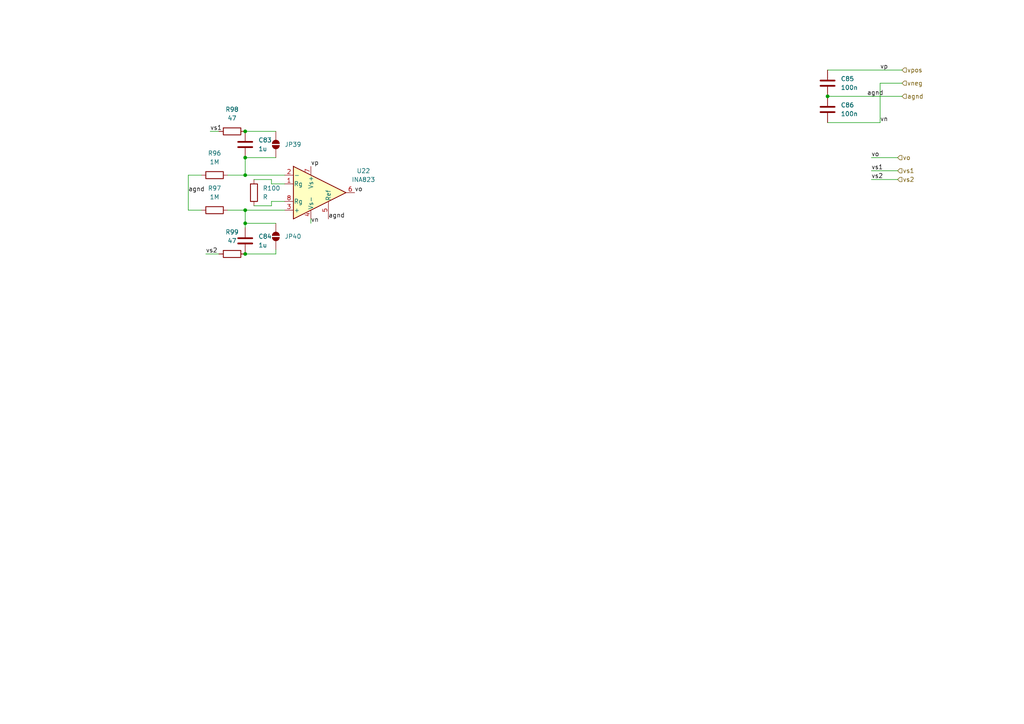
<source format=kicad_sch>
(kicad_sch (version 20231120) (generator "eeschema") (generator_version "8.0")
  (paper "A4")
  (lib_symbols
    (symbol "Amplifier_Instrumentation:AD620" (pin_names (offset 0.127))
      (property "Reference" "U" (at 3.81 7.62 0))
      (property "Value" "AD620" (at 5.08 5.08 0))
      (symbol "AD620_0_1"
        (polyline (pts (xy -7.62 7.62) (xy -7.62 -7.62) (xy 7.62 0) (xy -7.62 7.62)) (stroke (width 0.254)) (fill (type background)))
      )
      (symbol "AD620_1_1"
        (pin passive line (at -10.16 2.54 0) (length 2.54) (name "Rg") (number "1"))
        (pin input line (at -10.16 5.08 0) (length 2.54) (name "-") (number "2"))
        (pin input line (at -10.16 -5.08 0) (length 2.54) (name "+") (number "3"))
        (pin power_in line (at -2.54 -7.62 90) (length 2.54) (name "Vs-") (number "4"))
        (pin passive line (at 2.54 -7.62 90) (length 5.08) (name "Ref") (number "5"))
        (pin output line (at 10.16 0 180) (length 2.54) (name "~") (number "6"))
        (pin power_in line (at -2.54 7.62 270) (length 2.54) (name "Vs+") (number "7"))
        (pin passive line (at -10.16 -2.54 0) (length 2.54) (name "Rg") (number "8"))
      )
    )
    (symbol "Device:C" (pin_numbers hide) (pin_names (offset 0.254))
      (property "Reference" "C" (at 0.635 2.54 0))
      (property "Value" "C" (at 0.635 -2.54 0))
      (symbol "C_0_1"
        (polyline (pts (xy -2.032 -0.762) (xy 2.032 -0.762)) (stroke (width 0.508)))
        (polyline (pts (xy -2.032 0.762) (xy 2.032 0.762)) (stroke (width 0.508)))
      )
      (symbol "C_1_1"
        (pin passive line (at 0 3.81 270) (length 2.794) (name "~") (number "1"))
        (pin passive line (at 0 -3.81 90) (length 2.794) (name "~") (number "2"))
      )
    )
    (symbol "Device:R" (pin_numbers hide) (pin_names (offset 0))
      (property "Reference" "R" (at 2.032 0 90))
      (property "Value" "R" (at 0 0 90))
      (symbol "R_0_1"
        (rectangle (start -1.016 -2.54) (end 1.016 2.54) (stroke (width 0.254)))
      )
      (symbol "R_1_1"
        (pin passive line (at 0 3.81 270) (length 1.27) (name "~") (number "1"))
        (pin passive line (at 0 -3.81 90) (length 1.27) (name "~") (number "2"))
      )
    )
    (symbol "Jumper:SolderJumper_2_Open" (pin_numbers hide) (pin_names (offset 0) hide) (exclude_from_sim yes) (in_bom no)
      (property "Reference" "JP" (at 0 2.032 0))
      (property "Value" "SolderJumper_2_Open" (at 0 -2.54 0))
      (symbol "SolderJumper_2_Open_0_1"
        (arc (start -0.254 1.016) (mid -1.2656 0) (end -0.254 -1.016))
        (arc (start -0.254 1.016) (mid -1.2656 0) (end -0.254 -1.016) (fill (type outline)))
        (polyline (pts (xy -0.254 1.016) (xy -0.254 -1.016)))
        (polyline (pts (xy 0.254 1.016) (xy 0.254 -1.016)))
        (arc (start 0.254 -1.016) (mid 1.2656 0) (end 0.254 1.016))
        (arc (start 0.254 -1.016) (mid 1.2656 0) (end 0.254 1.016) (fill (type outline)))
      )
      (symbol "SolderJumper_2_Open_1_1"
        (pin passive line (at -3.81 0 0) (length 2.54) (name "A") (number "1"))
        (pin passive line (at 3.81 0 180) (length 2.54) (name "B") (number "2"))
      )
    )
  )
  (junction (at 71.12 50.8))
  (junction (at 71.12 64.77))
  (junction (at 71.12 60.96))
  (junction (at 71.12 38.1))
  (junction (at 240.03 27.94))
  (junction (at 71.12 45.72))
  (junction (at 71.12 73.66))
  (wire (pts (xy 58.42 50.8) (xy 54.61 50.8)))
  (wire (pts (xy 252.73 49.53) (xy 260.35 49.53)))
  (wire (pts (xy 252.73 52.07) (xy 260.35 52.07)))
  (wire (pts (xy 60.96 38.1) (xy 63.5 38.1)))
  (wire (pts (xy 66.04 50.8) (xy 71.12 50.8)))
  (wire (pts (xy 71.12 45.72) (xy 80.01 45.72)))
  (wire (pts (xy 59.69 73.66) (xy 63.5 73.66)))
  (wire (pts (xy 73.66 52.07) (xy 78.74 52.07)))
  (wire (pts (xy 255.27 24.13) (xy 255.27 35.56)))
  (wire (pts (xy 261.62 24.13) (xy 255.27 24.13)))
  (wire (pts (xy 71.12 60.96) (xy 82.55 60.96)))
  (wire (pts (xy 71.12 64.77) (xy 80.01 64.77)))
  (wire (pts (xy 71.12 60.96) (xy 71.12 64.77)))
  (wire (pts (xy 240.03 27.94) (xy 261.62 27.94)))
  (wire (pts (xy 240.03 20.32) (xy 261.62 20.32)))
  (wire (pts (xy 54.61 60.96) (xy 58.42 60.96)))
  (wire (pts (xy 90.17 64.77) (xy 90.17 63.5)))
  (wire (pts (xy 71.12 73.66) (xy 80.01 73.66)))
  (wire (pts (xy 71.12 64.77) (xy 71.12 66.04)))
  (wire (pts (xy 78.74 53.34) (xy 82.55 53.34)))
  (wire (pts (xy 78.74 59.69) (xy 78.74 58.42)))
  (wire (pts (xy 252.73 45.72) (xy 260.35 45.72)))
  (wire (pts (xy 80.01 72.39) (xy 80.01 73.66)))
  (wire (pts (xy 71.12 50.8) (xy 82.55 50.8)))
  (wire (pts (xy 54.61 50.8) (xy 54.61 60.96)))
  (wire (pts (xy 66.04 60.96) (xy 71.12 60.96)))
  (wire (pts (xy 73.66 59.69) (xy 78.74 59.69)))
  (wire (pts (xy 71.12 38.1) (xy 80.01 38.1)))
  (wire (pts (xy 71.12 45.72) (xy 71.12 50.8)))
  (wire (pts (xy 78.74 52.07) (xy 78.74 53.34)))
  (wire (pts (xy 78.74 58.42) (xy 82.55 58.42)))
  (wire (pts (xy 240.03 35.56) (xy 255.27 35.56)))
  (label "vp" (at 90.17 48.26 0))
  (label "vp" (at 255.27 20.32 0))
  (label "agnd" (at 251.46 27.94 0))
  (label "vn" (at 255.27 35.56 0))
  (label "vs2" (at 59.69 73.66 0))
  (label "agnd" (at 95.25 63.5 0))
  (label "vs2" (at 252.73 52.07 0))
  (label "vs1" (at 252.73 49.53 0))
  (label "agnd" (at 54.61 55.88 0))
  (label "vo" (at 252.73 45.72 0))
  (label "vs1" (at 60.96 38.1 0))
  (label "vo" (at 102.87 55.88 0))
  (label "vn" (at 90.17 64.77 0))
  (hierarchical_label "vneg" (shape input) (at 261.62 24.13 0))
  (hierarchical_label "vpos" (shape input) (at 261.62 20.32 0))
  (hierarchical_label "vs1" (shape input) (at 260.35 49.53 0))
  (hierarchical_label "vs2" (shape input) (at 260.35 52.07 0))
  (hierarchical_label "agnd" (shape input) (at 261.62 27.94 0))
  (hierarchical_label "vo" (shape input) (at 260.35 45.72 0))
  (symbol (lib_id "Device:R") (at 62.23 60.96 90) (unit 1)
    (property "Reference" "R7" (at 62.23 54.61 90))
    (property "Value" "1M" (at 62.23 57.15 90))
    (property "Footprint" "Resistor_SMD:R_0603_1608Metric_Pad0.98x0.95mm_HandSolder" (effects (hide yes)))
    (property "Description" "Resistor" (effects (hide yes)))
    (instances (project "esfgrid_ckt_IA" (path "" (reference "R97") (unit 1)) (path "" (reference "R117") (unit 1)) (path "" (reference "R67") (unit 1)) (path "" (reference "R32") (unit 1)) (path "" (reference "R47") (unit 1)) (path "" (reference "R52") (unit 1)) (path "" (reference "R7") (unit 1)) (path "" (reference "R12") (unit 1)) (path "" (reference "R62") (unit 1)) (path "" (reference "R17") (unit 1)) (path "" (reference "R107") (unit 1)) (path "" (reference "R77") (unit 1)) (path "" (reference "R112") (unit 1)) (path "" (reference "R57") (unit 1)) (path "" (reference "R72") (unit 1)) (path "" (reference "R102") (unit 1)) (path "" (reference "R122") (unit 1)) (path "" (reference "R2") (unit 1)) (path "" (reference "R82") (unit 1)) (path "" (reference "R42") (unit 1)) (path "" (reference "R87") (unit 1)) (path "" (reference "R37") (unit 1)) (path "" (reference "R27") (unit 1)) (path "" (reference "R22") (unit 1)) (path "" (reference "R92") (unit 1))))
  )
  (symbol (lib_id "Device:R") (at 67.31 73.66 90) (unit 1)
    (property "Reference" "R4" (at 67.31 67.31 90))
    (property "Value" "47" (at 67.31 69.85 90))
    (property "Footprint" "Resistor_SMD:R_0603_1608Metric_Pad0.98x0.95mm_HandSolder" (effects (hide yes)))
    (property "Description" "Resistor" (effects (hide yes)))
    (instances (project "esfgrid_ckt_IA" (path "" (reference "R99") (unit 1)) (path "" (reference "R119") (unit 1)) (path "" (reference "R69") (unit 1)) (path "" (reference "R34") (unit 1)) (path "" (reference "R49") (unit 1)) (path "" (reference "R54") (unit 1)) (path "" (reference "R9") (unit 1)) (path "" (reference "R14") (unit 1)) (path "" (reference "R64") (unit 1)) (path "" (reference "R19") (unit 1)) (path "" (reference "R109") (unit 1)) (path "" (reference "R79") (unit 1)) (path "" (reference "R114") (unit 1)) (path "" (reference "R59") (unit 1)) (path "" (reference "R74") (unit 1)) (path "" (reference "R104") (unit 1)) (path "" (reference "R124") (unit 1)) (path "" (reference "R4") (unit 1)) (path "" (reference "R84") (unit 1)) (path "" (reference "R44") (unit 1)) (path "" (reference "R89") (unit 1)) (path "" (reference "R39") (unit 1)) (path "" (reference "R29") (unit 1)) (path "" (reference "R24") (unit 1)) (path "" (reference "R94") (unit 1))))
  )
  (symbol (lib_id "Device:C") (at 71.12 41.91 180) (unit 1)
    (property "Reference" "C7" (at 74.93 40.6399 0) (effects (justify right)))
    (property "Value" "1u" (at 74.93 43.1799 0) (effects (justify right)))
    (property "Footprint" "Capacitor_SMD:C_0805_2012Metric" (effects (hide yes)))
    (property "Description" "Unpolarized capacitor" (effects (hide yes)))
    (instances (project "esfgrid_ckt_IA" (path "" (reference "C83") (unit 1)) (path "" (reference "C99") (unit 1)) (path "" (reference "C59") (unit 1)) (path "" (reference "C31") (unit 1)) (path "" (reference "C43") (unit 1)) (path "" (reference "C47") (unit 1)) (path "" (reference "C11") (unit 1)) (path "" (reference "C15") (unit 1)) (path "" (reference "C55") (unit 1)) (path "" (reference "C19") (unit 1)) (path "" (reference "C91") (unit 1)) (path "" (reference "C67") (unit 1)) (path "" (reference "C95") (unit 1)) (path "" (reference "C51") (unit 1)) (path "" (reference "C63") (unit 1)) (path "" (reference "C87") (unit 1)) (path "" (reference "C103") (unit 1)) (path "" (reference "C7") (unit 1)) (path "" (reference "C71") (unit 1)) (path "" (reference "C39") (unit 1)) (path "" (reference "C75") (unit 1)) (path "" (reference "C35") (unit 1)) (path "" (reference "C27") (unit 1)) (path "" (reference "C23") (unit 1)) (path "" (reference "C79") (unit 1))))
  )
  (symbol (lib_id "Device:C") (at 71.12 69.85 180) (unit 1)
    (property "Reference" "C8" (at 74.93 68.5799 0) (effects (justify right)))
    (property "Value" "1u" (at 74.93 71.1199 0) (effects (justify right)))
    (property "Footprint" "Capacitor_SMD:C_0805_2012Metric" (effects (hide yes)))
    (property "Description" "Unpolarized capacitor" (effects (hide yes)))
    (instances (project "esfgrid_ckt_IA" (path "" (reference "C84") (unit 1)) (path "" (reference "C100") (unit 1)) (path "" (reference "C60") (unit 1)) (path "" (reference "C32") (unit 1)) (path "" (reference "C44") (unit 1)) (path "" (reference "C48") (unit 1)) (path "" (reference "C12") (unit 1)) (path "" (reference "C16") (unit 1)) (path "" (reference "C56") (unit 1)) (path "" (reference "C20") (unit 1)) (path "" (reference "C92") (unit 1)) (path "" (reference "C68") (unit 1)) (path "" (reference "C96") (unit 1)) (path "" (reference "C52") (unit 1)) (path "" (reference "C64") (unit 1)) (path "" (reference "C88") (unit 1)) (path "" (reference "C104") (unit 1)) (path "" (reference "C8") (unit 1)) (path "" (reference "C72") (unit 1)) (path "" (reference "C40") (unit 1)) (path "" (reference "C76") (unit 1)) (path "" (reference "C36") (unit 1)) (path "" (reference "C28") (unit 1)) (path "" (reference "C24") (unit 1)) (path "" (reference "C80") (unit 1))))
  )
  (symbol (lib_id "Jumper:SolderJumper_2_Open") (at 80.01 41.91 90) (unit 1) (exclude_from_sim yes) (in_bom no)
    (property "Reference" "JP3" (at 82.55 41.9099 90) (effects (justify right)))
    (property "Value" "SolderJumper_2_Open" (effects (hide yes)))
    (property "Footprint" "Jumper:SolderJumper-2_P1.3mm_Open_Pad1.0x1.5mm" (effects (hide yes)))
    (property "Description" "Solder Jumper, 2-pole, open" (effects (hide yes)))
    (instances (project "esfgrid_ckt_IA" (path "" (reference "JP39") (unit 1)) (path "" (reference "JP47") (unit 1)) (path "" (reference "JP27") (unit 1)) (path "" (reference "JP13") (unit 1)) (path "" (reference "JP19") (unit 1)) (path "" (reference "JP21") (unit 1)) (path "" (reference "JP3") (unit 1)) (path "" (reference "JP5") (unit 1)) (path "" (reference "JP25") (unit 1)) (path "" (reference "JP7") (unit 1)) (path "" (reference "JP43") (unit 1)) (path "" (reference "JP31") (unit 1)) (path "" (reference "JP45") (unit 1)) (path "" (reference "JP23") (unit 1)) (path "" (reference "JP29") (unit 1)) (path "" (reference "JP41") (unit 1)) (path "" (reference "JP49") (unit 1)) (path "" (reference "JP1") (unit 1)) (path "" (reference "JP33") (unit 1)) (path "" (reference "JP17") (unit 1)) (path "" (reference "JP35") (unit 1)) (path "" (reference "JP15") (unit 1)) (path "" (reference "JP11") (unit 1)) (path "" (reference "JP9") (unit 1)) (path "" (reference "JP37") (unit 1))))
  )
  (symbol (lib_id "Device:C") (at 240.03 31.75 0) (unit 1)
    (property "Reference" "C14" (at 243.84 30.4799 0) (effects (justify left)))
    (property "Value" "100n" (at 243.84 33.0199 0) (effects (justify left)))
    (property "Footprint" "Capacitor_SMD:C_0805_2012Metric" (effects (hide yes)))
    (property "Description" "Unpolarized capacitor" (effects (hide yes)))
    (instances (project "esfgrid_ckt_IA" (path "" (reference "C86") (unit 1)) (path "" (reference "C102") (unit 1)) (path "" (reference "C62") (unit 1)) (path "" (reference "C34") (unit 1)) (path "" (reference "C46") (unit 1)) (path "" (reference "C50") (unit 1)) (path "" (reference "C14") (unit 1)) (path "" (reference "C18") (unit 1)) (path "" (reference "C58") (unit 1)) (path "" (reference "C22") (unit 1)) (path "" (reference "C94") (unit 1)) (path "" (reference "C70") (unit 1)) (path "" (reference "C98") (unit 1)) (path "" (reference "C54") (unit 1)) (path "" (reference "C66") (unit 1)) (path "" (reference "C90") (unit 1)) (path "" (reference "C106") (unit 1)) (path "" (reference "C10") (unit 1)) (path "" (reference "C74") (unit 1)) (path "" (reference "C42") (unit 1)) (path "" (reference "C78") (unit 1)) (path "" (reference "C38") (unit 1)) (path "" (reference "C30") (unit 1)) (path "" (reference "C26") (unit 1)) (path "" (reference "C82") (unit 1))))
  )
  (symbol (lib_id "Device:R") (at 73.66 55.88 0) (unit 1)
    (property "Reference" "R10" (at 76.2 54.6099 0) (effects (justify left)))
    (property "Value" "R" (at 76.2 57.1499 0) (effects (justify left)))
    (property "Footprint" "Resistor_SMD:R_0603_1608Metric_Pad0.98x0.95mm_HandSolder" (effects (hide yes)))
    (property "Description" "Resistor" (effects (hide yes)))
    (instances (project "esfgrid_ckt_IA" (path "" (reference "R100") (unit 1)) (path "" (reference "R120") (unit 1)) (path "" (reference "R70") (unit 1)) (path "" (reference "R35") (unit 1)) (path "" (reference "R50") (unit 1)) (path "" (reference "R55") (unit 1)) (path "" (reference "R10") (unit 1)) (path "" (reference "R15") (unit 1)) (path "" (reference "R65") (unit 1)) (path "" (reference "R20") (unit 1)) (path "" (reference "R110") (unit 1)) (path "" (reference "R80") (unit 1)) (path "" (reference "R115") (unit 1)) (path "" (reference "R60") (unit 1)) (path "" (reference "R75") (unit 1)) (path "" (reference "R105") (unit 1)) (path "" (reference "R125") (unit 1)) (path "" (reference "R5") (unit 1)) (path "" (reference "R85") (unit 1)) (path "" (reference "R45") (unit 1)) (path "" (reference "R90") (unit 1)) (path "" (reference "R40") (unit 1)) (path "" (reference "R30") (unit 1)) (path "" (reference "R25") (unit 1)) (path "" (reference "R95") (unit 1))))
  )
  (symbol (lib_id "Jumper:SolderJumper_2_Open") (at 80.01 68.58 90) (unit 1) (exclude_from_sim yes) (in_bom no)
    (property "Reference" "JP2" (at 82.55 68.5799 90) (effects (justify right)))
    (property "Value" "SolderJumper_2_Open" (effects (hide yes)))
    (property "Footprint" "Jumper:SolderJumper-2_P1.3mm_Open_Pad1.0x1.5mm" (effects (hide yes)))
    (property "Description" "Solder Jumper, 2-pole, open" (effects (hide yes)))
    (instances (project "esfgrid_ckt_IA" (path "" (reference "JP40") (unit 1)) (path "" (reference "JP48") (unit 1)) (path "" (reference "JP28") (unit 1)) (path "" (reference "JP14") (unit 1)) (path "" (reference "JP20") (unit 1)) (path "" (reference "JP22") (unit 1)) (path "" (reference "JP4") (unit 1)) (path "" (reference "JP6") (unit 1)) (path "" (reference "JP26") (unit 1)) (path "" (reference "JP8") (unit 1)) (path "" (reference "JP44") (unit 1)) (path "" (reference "JP32") (unit 1)) (path "" (reference "JP46") (unit 1)) (path "" (reference "JP24") (unit 1)) (path "" (reference "JP30") (unit 1)) (path "" (reference "JP42") (unit 1)) (path "" (reference "JP50") (unit 1)) (path "" (reference "JP2") (unit 1)) (path "" (reference "JP34") (unit 1)) (path "" (reference "JP18") (unit 1)) (path "" (reference "JP36") (unit 1)) (path "" (reference "JP16") (unit 1)) (path "" (reference "JP12") (unit 1)) (path "" (reference "JP10") (unit 1)) (path "" (reference "JP38") (unit 1))))
  )
  (symbol (lib_id "Device:R") (at 67.31 38.1 90) (unit 1)
    (property "Reference" "R3" (at 67.31 31.75 90))
    (property "Value" "47" (at 67.31 34.29 90))
    (property "Footprint" "Resistor_SMD:R_0603_1608Metric_Pad0.98x0.95mm_HandSolder" (effects (hide yes)))
    (property "Description" "Resistor" (effects (hide yes)))
    (instances (project "esfgrid_ckt_IA" (path "" (reference "R98") (unit 1)) (path "" (reference "R118") (unit 1)) (path "" (reference "R68") (unit 1)) (path "" (reference "R33") (unit 1)) (path "" (reference "R48") (unit 1)) (path "" (reference "R53") (unit 1)) (path "" (reference "R8") (unit 1)) (path "" (reference "R13") (unit 1)) (path "" (reference "R63") (unit 1)) (path "" (reference "R18") (unit 1)) (path "" (reference "R108") (unit 1)) (path "" (reference "R78") (unit 1)) (path "" (reference "R113") (unit 1)) (path "" (reference "R58") (unit 1)) (path "" (reference "R73") (unit 1)) (path "" (reference "R103") (unit 1)) (path "" (reference "R123") (unit 1)) (path "" (reference "R3") (unit 1)) (path "" (reference "R83") (unit 1)) (path "" (reference "R43") (unit 1)) (path "" (reference "R88") (unit 1)) (path "" (reference "R38") (unit 1)) (path "" (reference "R28") (unit 1)) (path "" (reference "R23") (unit 1)) (path "" (reference "R93") (unit 1))))
  )
  (symbol (lib_id "Device:C") (at 240.03 24.13 180) (unit 1)
    (property "Reference" "C13" (at 243.84 22.8599 0) (effects (justify right)))
    (property "Value" "100n" (at 243.84 25.3999 0) (effects (justify right)))
    (property "Footprint" "Capacitor_SMD:C_0805_2012Metric" (effects (hide yes)))
    (property "Description" "Unpolarized capacitor" (effects (hide yes)))
    (instances (project "esfgrid_ckt_IA" (path "" (reference "C85") (unit 1)) (path "" (reference "C101") (unit 1)) (path "" (reference "C61") (unit 1)) (path "" (reference "C33") (unit 1)) (path "" (reference "C45") (unit 1)) (path "" (reference "C49") (unit 1)) (path "" (reference "C13") (unit 1)) (path "" (reference "C17") (unit 1)) (path "" (reference "C57") (unit 1)) (path "" (reference "C21") (unit 1)) (path "" (reference "C93") (unit 1)) (path "" (reference "C69") (unit 1)) (path "" (reference "C97") (unit 1)) (path "" (reference "C53") (unit 1)) (path "" (reference "C65") (unit 1)) (path "" (reference "C89") (unit 1)) (path "" (reference "C105") (unit 1)) (path "" (reference "C9") (unit 1)) (path "" (reference "C73") (unit 1)) (path "" (reference "C41") (unit 1)) (path "" (reference "C77") (unit 1)) (path "" (reference "C37") (unit 1)) (path "" (reference "C29") (unit 1)) (path "" (reference "C25") (unit 1)) (path "" (reference "C81") (unit 1))))
  )
  (symbol (lib_id "Device:R") (at 62.23 50.8 90) (unit 1)
    (property "Reference" "R6" (at 62.23 44.45 90))
    (property "Value" "1M" (at 62.23 46.99 90))
    (property "Footprint" "Resistor_SMD:R_0603_1608Metric_Pad0.98x0.95mm_HandSolder" (effects (hide yes)))
    (property "Description" "Resistor" (effects (hide yes)))
    (instances (project "esfgrid_ckt_IA" (path "" (reference "R96") (unit 1)) (path "" (reference "R116") (unit 1)) (path "" (reference "R66") (unit 1)) (path "" (reference "R31") (unit 1)) (path "" (reference "R46") (unit 1)) (path "" (reference "R51") (unit 1)) (path "" (reference "R6") (unit 1)) (path "" (reference "R11") (unit 1)) (path "" (reference "R61") (unit 1)) (path "" (reference "R16") (unit 1)) (path "" (reference "R106") (unit 1)) (path "" (reference "R76") (unit 1)) (path "" (reference "R111") (unit 1)) (path "" (reference "R56") (unit 1)) (path "" (reference "R71") (unit 1)) (path "" (reference "R101") (unit 1)) (path "" (reference "R121") (unit 1)) (path "" (reference "R1") (unit 1)) (path "" (reference "R81") (unit 1)) (path "" (reference "R41") (unit 1)) (path "" (reference "R86") (unit 1)) (path "" (reference "R36") (unit 1)) (path "" (reference "R26") (unit 1)) (path "" (reference "R21") (unit 1)) (path "" (reference "R91") (unit 1))))
  )
  (symbol (lib_id "Amplifier_Instrumentation:AD620") (at 92.71 55.88 0) (unit 1)
    (property "Reference" "U4" (at 105.41 49.5614 0))
    (property "Value" "INA823" (at 105.41 52.1014 0))
    (property "Footprint" "Package_SO:SOIC-8_3.9x4.9mm_P1.27mm" (effects (hide yes)))
    (property "Datasheet" "https://www.analog.com/media/en/technical-documentation/data-sheets/AD620.pdf" (effects (hide yes)))
    (property "Description" "Low Cost, Low Power, Instrumentation Amplifier, DIP-8/SOIC-8" (effects (hide yes)))
    (instances (project "esfgrid_ckt_IA" (path "" (reference "U22") (unit 1)) (path "" (reference "U26") (unit 1)) (path "" (reference "U16") (unit 1)) (path "" (reference "U9") (unit 1)) (path "" (reference "U12") (unit 1)) (path "" (reference "U13") (unit 1)) (path "" (reference "U4") (unit 1)) (path "" (reference "U5") (unit 1)) (path "" (reference "U15") (unit 1)) (path "" (reference "U6") (unit 1)) (path "" (reference "U24") (unit 1)) (path "" (reference "U18") (unit 1)) (path "" (reference "U25") (unit 1)) (path "" (reference "U14") (unit 1)) (path "" (reference "U17") (unit 1)) (path "" (reference "U23") (unit 1)) (path "" (reference "U27") (unit 1)) (path "" (reference "U3") (unit 1)) (path "" (reference "U19") (unit 1)) (path "" (reference "U11") (unit 1)) (path "" (reference "U20") (unit 1)) (path "" (reference "U10") (unit 1)) (path "" (reference "U8") (unit 1)) (path "" (reference "U7") (unit 1)) (path "" (reference "U21") (unit 1))))
  )
)
</source>
